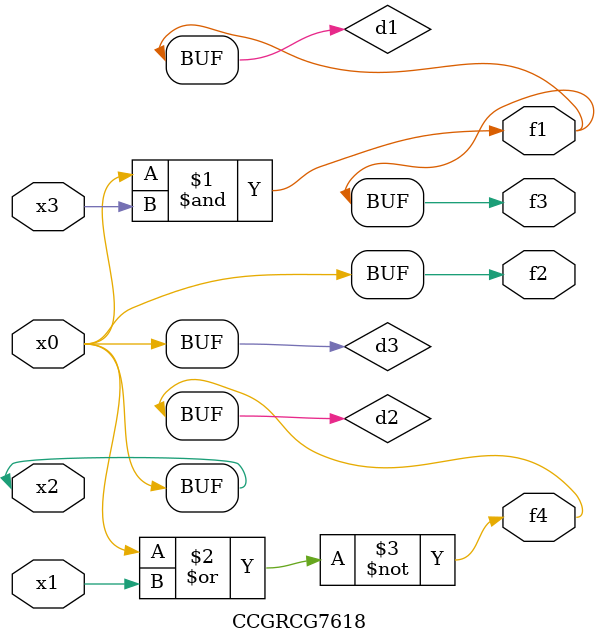
<source format=v>
module CCGRCG7618(
	input x0, x1, x2, x3,
	output f1, f2, f3, f4
);

	wire d1, d2, d3;

	and (d1, x2, x3);
	nor (d2, x0, x1);
	buf (d3, x0, x2);
	assign f1 = d1;
	assign f2 = d3;
	assign f3 = d1;
	assign f4 = d2;
endmodule

</source>
